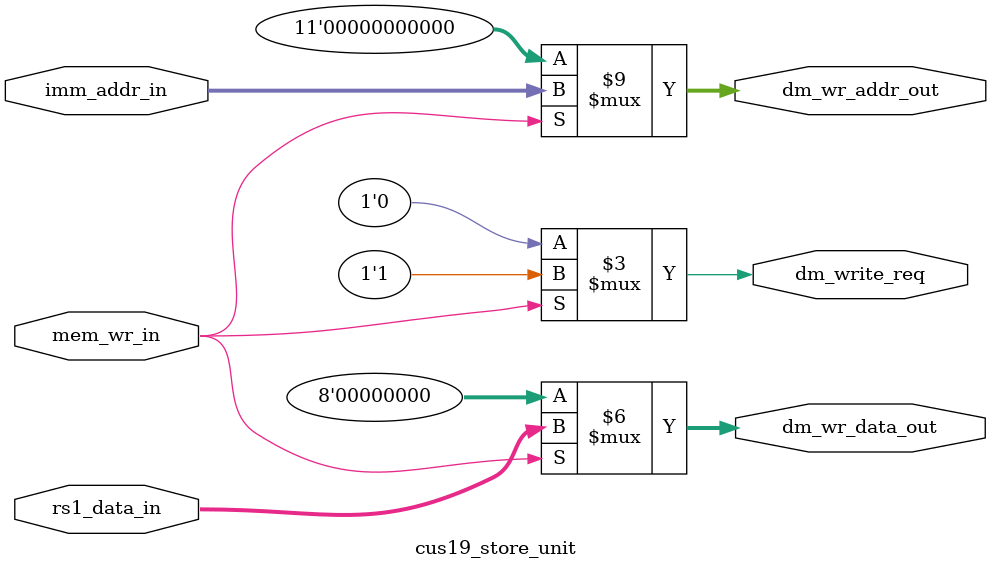
<source format=v>

module cus19_store_unit (
    input  wire        mem_wr_in,     // Store enable
    input  wire [10:0] imm_addr_in,   // Address from instruction (immediate or offset)
    input  wire [7:0]  rs1_data_in,   // Data from register file (r1)

    output reg  [10:0] dm_wr_addr_out, // Address to Data Memory
    output reg  [7:0]  dm_wr_data_out, // Data to Data Memory
    output reg         dm_write_req    // Write request signal
);

always @(*) begin
    if (mem_wr_in) begin
        dm_wr_addr_out = imm_addr_in;   // Send address to DM
        dm_wr_data_out = rs1_data_in;   // Send data to DM
        dm_write_req   = 1'b1;          // Assert write enable
    end else begin
        dm_wr_addr_out = 11'b0;
        dm_wr_data_out = 8'b0;
        dm_write_req   = 1'b0;
    end
end

endmodule


</source>
